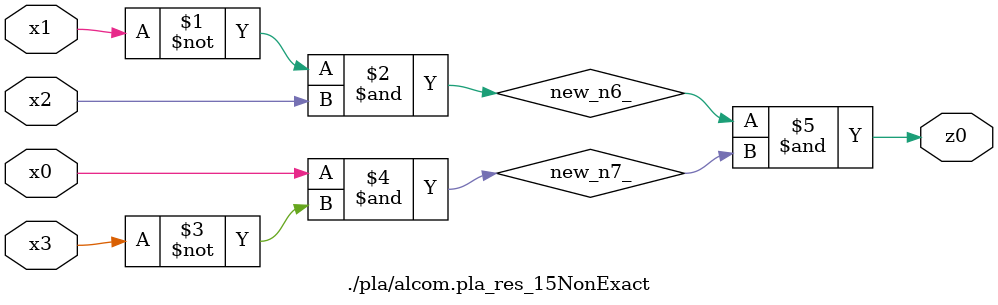
<source format=v>

module \./pla/alcom.pla_res_15NonExact  ( 
    x0, x1, x2, x3,
    z0  );
  input  x0, x1, x2, x3;
  output z0;
  wire new_n6_, new_n7_;
  assign new_n6_ = ~x1 & x2;
  assign new_n7_ = x0 & ~x3;
  assign z0 = new_n6_ & new_n7_;
endmodule



</source>
